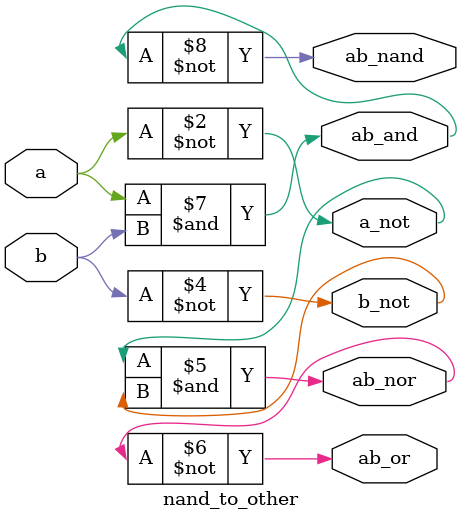
<source format=v>
module nand_to_other(
    output a_not,b_not,ab_or,ab_and,ab_nand,ab_nor,
    input a,b
);
nand(a_not,a,a);
nand(b_not,b,b);
nand(ab_or,a_not,b_not);
nand(ab_nand,a,b);
nand(ab_and, ab_nand,ab_nand);
nand(ab_nor,ab_or,ab_or);
endmodule

</source>
